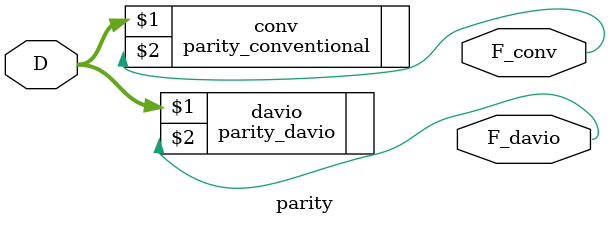
<source format=sv>
/*
* Name: Le Thien Nam Nguyen
* NSID: nln157
* Student #: 11161522
*/
module parity (D, F_conv, F_davio);

	input [6:0] D;
	output F_conv, F_davio;

	parity_conventional conv (
		D,
		F_conv
	);
	
	
	parity_davio davio (
		D,
		F_davio
	);
endmodule 
</source>
